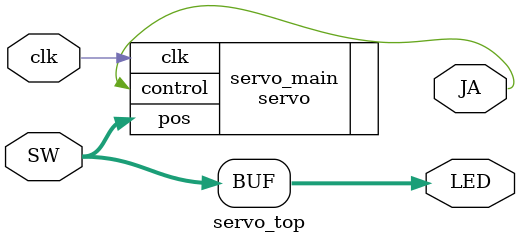
<source format=v>
`timescale 10 ns / 100 ps

module servo_top (
    input clk,
    input [5:0] SW,
    output [5:0] LED,
    output JA
    );

    assign LED = SW;

    servo servo_main(.clk(clk),.pos(SW), .control(JA));

endmodule

</source>
